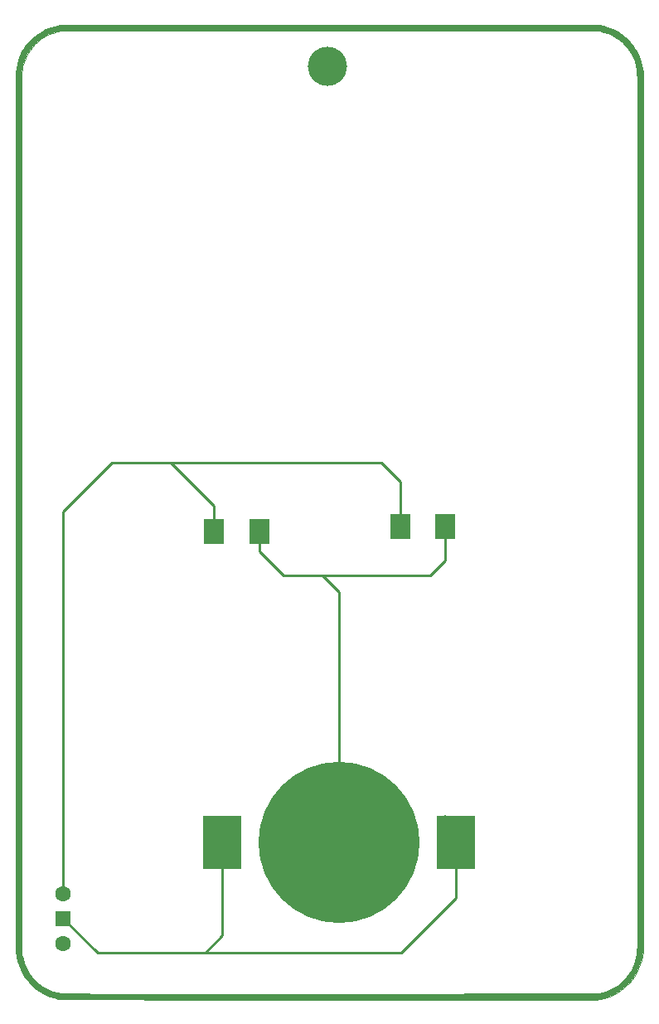
<source format=gbr>
%TF.GenerationSoftware,KiCad,Pcbnew,8.0.1*%
%TF.CreationDate,2024-04-08T18:38:36-05:00*%
%TF.ProjectId,BSidesKC24-L2S,42536964-6573-44b4-9332-342d4c32532e,rev?*%
%TF.SameCoordinates,Original*%
%TF.FileFunction,Copper,L2,Bot*%
%TF.FilePolarity,Positive*%
%FSLAX46Y46*%
G04 Gerber Fmt 4.6, Leading zero omitted, Abs format (unit mm)*
G04 Created by KiCad (PCBNEW 8.0.1) date 2024-04-08 18:38:36*
%MOMM*%
%LPD*%
G01*
G04 APERTURE LIST*
%TA.AperFunction,EtchedComponent*%
%ADD10C,0.010000*%
%TD*%
%TA.AperFunction,SMDPad,CuDef*%
%ADD11R,2.000000X2.500000*%
%TD*%
%TA.AperFunction,ComponentPad*%
%ADD12R,1.500000X1.500000*%
%TD*%
%TA.AperFunction,ComponentPad*%
%ADD13C,1.600000*%
%TD*%
%TA.AperFunction,SMDPad,CuDef*%
%ADD14R,3.857800X5.472400*%
%TD*%
%TA.AperFunction,SMDPad,CuDef*%
%ADD15R,3.908600X5.523200*%
%TD*%
%TA.AperFunction,SMDPad,CuDef*%
%ADD16C,16.459512*%
%TD*%
%TA.AperFunction,ViaPad*%
%ADD17C,4.000000*%
%TD*%
%TA.AperFunction,Conductor*%
%ADD18C,0.250000*%
%TD*%
G04 APERTURE END LIST*
D10*
%TO.C,G\u002A\u002A\u002A*%
X91478588Y-53747751D02*
X92732778Y-53747756D01*
X93946007Y-53747765D01*
X95118960Y-53747779D01*
X96252324Y-53747799D01*
X97346784Y-53747827D01*
X98403027Y-53747862D01*
X99421738Y-53747907D01*
X100403603Y-53747961D01*
X101349308Y-53748027D01*
X102259540Y-53748104D01*
X103134984Y-53748195D01*
X103976325Y-53748299D01*
X104784251Y-53748418D01*
X105559447Y-53748553D01*
X106302599Y-53748705D01*
X107014392Y-53748875D01*
X107695513Y-53749063D01*
X108346649Y-53749271D01*
X108968483Y-53749499D01*
X109561704Y-53749749D01*
X110126996Y-53750022D01*
X110665046Y-53750318D01*
X111176539Y-53750638D01*
X111662161Y-53750984D01*
X112122599Y-53751357D01*
X112558539Y-53751756D01*
X112970665Y-53752184D01*
X113359665Y-53752642D01*
X113726225Y-53753129D01*
X114071029Y-53753648D01*
X114394764Y-53754199D01*
X114698117Y-53754783D01*
X114981773Y-53755401D01*
X115246417Y-53756054D01*
X115492736Y-53756743D01*
X115721417Y-53757470D01*
X115933144Y-53758234D01*
X116128604Y-53759037D01*
X116308482Y-53759880D01*
X116473466Y-53760763D01*
X116624239Y-53761689D01*
X116761490Y-53762657D01*
X116885903Y-53763669D01*
X116998164Y-53764726D01*
X117098960Y-53765828D01*
X117188976Y-53766977D01*
X117268899Y-53768174D01*
X117339413Y-53769419D01*
X117401206Y-53770714D01*
X117454963Y-53772059D01*
X117501371Y-53773455D01*
X117541114Y-53774904D01*
X117574879Y-53776406D01*
X117603352Y-53777963D01*
X117627220Y-53779574D01*
X117647167Y-53781242D01*
X117663879Y-53782968D01*
X117678044Y-53784751D01*
X117688834Y-53786351D01*
X118167493Y-53882410D01*
X118625719Y-54015515D01*
X119063422Y-54185619D01*
X119480514Y-54392678D01*
X119876906Y-54636648D01*
X120252508Y-54917483D01*
X120607233Y-55235139D01*
X120663599Y-55290937D01*
X120769770Y-55400367D01*
X120878438Y-55517363D01*
X120980921Y-55632233D01*
X121068540Y-55735288D01*
X121122432Y-55803151D01*
X121393055Y-56194307D01*
X121625079Y-56600997D01*
X121819205Y-57024888D01*
X121976133Y-57467644D01*
X122096563Y-57930929D01*
X122159286Y-58266834D01*
X122207917Y-58573750D01*
X122207917Y-148468584D01*
X122158427Y-148775500D01*
X122060900Y-149258372D01*
X121927600Y-149718684D01*
X121758348Y-150156792D01*
X121552963Y-150573053D01*
X121311268Y-150967827D01*
X121033081Y-151341468D01*
X120718223Y-151694336D01*
X120663327Y-151749994D01*
X120316936Y-152068816D01*
X119951646Y-152350956D01*
X119566110Y-152597100D01*
X119158984Y-152807936D01*
X118728918Y-152984151D01*
X118274566Y-153126430D01*
X117794583Y-153235461D01*
X117725068Y-153248146D01*
X117466584Y-153293946D01*
X90299167Y-153296492D01*
X89226196Y-153296580D01*
X88163165Y-153296644D01*
X87110869Y-153296683D01*
X86070108Y-153296698D01*
X85041680Y-153296689D01*
X84026382Y-153296657D01*
X83025012Y-153296602D01*
X82038369Y-153296524D01*
X81067251Y-153296425D01*
X80112454Y-153296303D01*
X79174779Y-153296160D01*
X78255021Y-153295996D01*
X77353981Y-153295811D01*
X76472454Y-153295606D01*
X75611240Y-153295381D01*
X74771136Y-153295137D01*
X73952941Y-153294873D01*
X73157452Y-153294591D01*
X72385468Y-153294290D01*
X71637786Y-153293971D01*
X70915204Y-153293635D01*
X70218521Y-153293282D01*
X69548534Y-153292911D01*
X68906041Y-153292524D01*
X68291841Y-153292121D01*
X67706731Y-153291703D01*
X67151509Y-153291268D01*
X66626974Y-153290819D01*
X66133923Y-153290356D01*
X65673154Y-153289878D01*
X65245466Y-153289387D01*
X64851656Y-153288882D01*
X64492522Y-153288364D01*
X64168863Y-153287833D01*
X63881475Y-153287290D01*
X63631158Y-153286735D01*
X63418710Y-153286169D01*
X63244927Y-153285591D01*
X63110609Y-153285003D01*
X63016553Y-153284404D01*
X62963557Y-153283796D01*
X62951834Y-153283429D01*
X62493113Y-153222579D01*
X62042461Y-153121029D01*
X61602660Y-152980080D01*
X61176491Y-152801032D01*
X60766735Y-152585187D01*
X60376174Y-152333846D01*
X60007589Y-152048311D01*
X59692418Y-151758655D01*
X59370785Y-151409066D01*
X59085157Y-151037290D01*
X58835730Y-150643715D01*
X58622696Y-150228731D01*
X58446252Y-149792727D01*
X58306591Y-149336092D01*
X58203908Y-148859215D01*
X58185087Y-148743750D01*
X58136417Y-148426250D01*
X58136417Y-58616084D01*
X58729084Y-58616084D01*
X58729084Y-105168098D01*
X58729086Y-106794396D01*
X58729091Y-108379426D01*
X58729098Y-109923723D01*
X58729108Y-111427818D01*
X58729121Y-112892246D01*
X58729138Y-114317540D01*
X58729160Y-115704232D01*
X58729187Y-117052856D01*
X58729219Y-118363944D01*
X58729257Y-119638031D01*
X58729301Y-120875649D01*
X58729351Y-122077331D01*
X58729409Y-123243610D01*
X58729475Y-124375020D01*
X58729548Y-125472093D01*
X58729630Y-126535363D01*
X58729722Y-127565363D01*
X58729822Y-128562626D01*
X58729933Y-129527685D01*
X58730054Y-130461073D01*
X58730186Y-131363324D01*
X58730329Y-132234970D01*
X58730484Y-133076545D01*
X58730651Y-133888581D01*
X58730831Y-134671613D01*
X58731024Y-135426172D01*
X58731231Y-136152793D01*
X58731452Y-136852008D01*
X58731688Y-137524350D01*
X58731938Y-138170353D01*
X58732204Y-138790550D01*
X58732486Y-139385473D01*
X58732784Y-139955657D01*
X58733100Y-140501633D01*
X58733432Y-141023936D01*
X58733783Y-141523097D01*
X58734151Y-141999652D01*
X58734539Y-142454132D01*
X58734945Y-142887070D01*
X58735371Y-143299001D01*
X58735818Y-143690456D01*
X58736284Y-144061970D01*
X58736772Y-144414075D01*
X58737282Y-144747304D01*
X58737813Y-145062190D01*
X58738367Y-145359268D01*
X58738944Y-145639069D01*
X58739544Y-145902126D01*
X58740168Y-146148974D01*
X58740816Y-146380145D01*
X58741488Y-146596173D01*
X58742186Y-146797589D01*
X58742910Y-146984928D01*
X58743660Y-147158723D01*
X58744436Y-147319507D01*
X58745240Y-147467812D01*
X58746071Y-147604173D01*
X58746930Y-147729121D01*
X58747817Y-147843191D01*
X58748733Y-147946916D01*
X58749679Y-148040828D01*
X58750654Y-148125460D01*
X58751660Y-148201347D01*
X58752696Y-148269020D01*
X58753764Y-148329014D01*
X58754863Y-148381860D01*
X58755994Y-148428093D01*
X58757158Y-148468246D01*
X58758355Y-148502851D01*
X58759586Y-148532442D01*
X58760851Y-148557551D01*
X58762149Y-148578713D01*
X58763483Y-148596460D01*
X58764853Y-148611324D01*
X58766258Y-148623841D01*
X58767699Y-148634542D01*
X58768206Y-148637917D01*
X58857756Y-149094524D01*
X58982291Y-149527514D01*
X59142198Y-149937669D01*
X59337865Y-150325768D01*
X59569678Y-150692592D01*
X59838027Y-151038920D01*
X60104174Y-151326826D01*
X60434289Y-151627748D01*
X60787758Y-151894518D01*
X61162095Y-152125969D01*
X61554813Y-152320934D01*
X61963423Y-152478245D01*
X62385440Y-152596736D01*
X62818375Y-152675239D01*
X63025917Y-152698077D01*
X63050308Y-152698366D01*
X63116239Y-152698649D01*
X63222914Y-152698925D01*
X63369540Y-152699194D01*
X63555322Y-152699455D01*
X63779466Y-152699709D01*
X64041178Y-152699955D01*
X64339662Y-152700194D01*
X64674126Y-152700424D01*
X65043775Y-152700647D01*
X65447814Y-152700861D01*
X65885450Y-152701067D01*
X66355887Y-152701264D01*
X66858332Y-152701453D01*
X67391991Y-152701634D01*
X67956068Y-152701805D01*
X68549770Y-152701967D01*
X69172303Y-152702121D01*
X69822872Y-152702265D01*
X70500683Y-152702399D01*
X71204941Y-152702525D01*
X71934853Y-152702640D01*
X72689624Y-152702746D01*
X73468460Y-152702841D01*
X74270566Y-152702927D01*
X75095149Y-152703002D01*
X75941413Y-152703067D01*
X76808565Y-152703122D01*
X77695811Y-152703166D01*
X78602355Y-152703199D01*
X79527405Y-152703221D01*
X80470165Y-152703232D01*
X81429841Y-152703232D01*
X82405639Y-152703221D01*
X83396765Y-152703199D01*
X84402424Y-152703164D01*
X85421823Y-152703118D01*
X86454166Y-152703060D01*
X87498659Y-152702991D01*
X88554509Y-152702909D01*
X89620921Y-152702815D01*
X90278000Y-152702751D01*
X117445417Y-152700028D01*
X117678250Y-152655594D01*
X118062217Y-152570773D01*
X118413356Y-152468552D01*
X118738322Y-152346793D01*
X118969417Y-152241099D01*
X119299154Y-152064084D01*
X119598768Y-151872672D01*
X119879674Y-151658663D01*
X120153289Y-151413859D01*
X120241023Y-151327826D01*
X120543720Y-150997028D01*
X120808928Y-150647522D01*
X121037122Y-150278361D01*
X121228778Y-149888598D01*
X121384372Y-149477286D01*
X121504381Y-149043477D01*
X121576668Y-148669667D01*
X121578101Y-148659744D01*
X121579499Y-148647939D01*
X121580861Y-148633720D01*
X121582189Y-148616554D01*
X121583481Y-148595908D01*
X121584740Y-148571251D01*
X121585965Y-148542048D01*
X121587157Y-148507769D01*
X121588316Y-148467880D01*
X121589443Y-148421849D01*
X121590538Y-148369143D01*
X121591601Y-148309229D01*
X121592634Y-148241577D01*
X121593636Y-148165651D01*
X121594609Y-148080921D01*
X121595551Y-147986854D01*
X121596465Y-147882917D01*
X121597350Y-147768577D01*
X121598207Y-147643303D01*
X121599036Y-147506561D01*
X121599837Y-147357819D01*
X121600612Y-147196544D01*
X121601361Y-147022205D01*
X121602084Y-146834268D01*
X121602781Y-146632201D01*
X121603453Y-146415471D01*
X121604101Y-146183546D01*
X121604725Y-145935893D01*
X121605325Y-145671981D01*
X121605901Y-145391275D01*
X121606456Y-145093244D01*
X121606987Y-144777356D01*
X121607497Y-144443077D01*
X121607986Y-144089875D01*
X121608454Y-143717218D01*
X121608901Y-143324573D01*
X121609328Y-142911407D01*
X121609736Y-142477189D01*
X121610125Y-142021385D01*
X121610495Y-141543463D01*
X121610847Y-141042890D01*
X121611181Y-140519134D01*
X121611498Y-139971663D01*
X121611798Y-139399944D01*
X121612082Y-138803444D01*
X121612350Y-138181630D01*
X121612602Y-137533971D01*
X121612839Y-136859934D01*
X121613062Y-136158986D01*
X121613271Y-135430595D01*
X121613466Y-134674228D01*
X121613648Y-133889352D01*
X121613818Y-133075436D01*
X121613975Y-132231946D01*
X121614120Y-131358350D01*
X121614254Y-130454115D01*
X121614377Y-129518710D01*
X121614489Y-128551601D01*
X121614592Y-127552256D01*
X121614685Y-126520143D01*
X121614769Y-125454728D01*
X121614844Y-124355480D01*
X121614912Y-123221865D01*
X121614971Y-122053352D01*
X121615023Y-120849408D01*
X121615069Y-119609499D01*
X121615108Y-118333095D01*
X121615141Y-117019661D01*
X121615169Y-115668667D01*
X121615192Y-114279578D01*
X121615210Y-112851863D01*
X121615224Y-111384989D01*
X121615235Y-109878424D01*
X121615242Y-108331634D01*
X121615247Y-106744088D01*
X121615249Y-105115253D01*
X121615250Y-103510584D01*
X121615249Y-101841772D01*
X121615247Y-100214761D01*
X121615243Y-98629019D01*
X121615235Y-97084012D01*
X121615225Y-95579208D01*
X121615211Y-94114075D01*
X121615193Y-92688079D01*
X121615171Y-91300689D01*
X121615144Y-89951372D01*
X121615112Y-88639595D01*
X121615073Y-87364825D01*
X121615028Y-86126531D01*
X121614977Y-84924179D01*
X121614918Y-83757238D01*
X121614852Y-82625173D01*
X121614778Y-81527454D01*
X121614695Y-80463546D01*
X121614603Y-79432919D01*
X121614501Y-78435038D01*
X121614390Y-77469373D01*
X121614268Y-76535389D01*
X121614135Y-75632554D01*
X121613991Y-74760337D01*
X121613835Y-73918203D01*
X121613667Y-73105622D01*
X121613486Y-72322059D01*
X121613292Y-71566984D01*
X121613084Y-70839862D01*
X121612863Y-70140161D01*
X121612626Y-69467350D01*
X121612375Y-68820895D01*
X121612108Y-68200264D01*
X121611826Y-67604924D01*
X121611527Y-67034342D01*
X121611211Y-66487987D01*
X121610877Y-65965325D01*
X121610526Y-65465824D01*
X121610157Y-64988951D01*
X121609769Y-64534174D01*
X121609363Y-64100961D01*
X121608936Y-63688778D01*
X121608489Y-63297093D01*
X121608022Y-62925373D01*
X121607534Y-62573087D01*
X121607025Y-62239701D01*
X121606493Y-61924683D01*
X121605940Y-61627500D01*
X121605363Y-61347620D01*
X121604763Y-61084510D01*
X121604140Y-60837637D01*
X121603492Y-60606470D01*
X121602820Y-60390475D01*
X121602122Y-60189120D01*
X121601399Y-60001872D01*
X121600650Y-59828198D01*
X121599875Y-59667567D01*
X121599073Y-59519446D01*
X121598243Y-59383302D01*
X121597385Y-59258602D01*
X121596499Y-59144813D01*
X121595585Y-59041405D01*
X121594641Y-58947843D01*
X121593667Y-58863595D01*
X121592663Y-58788129D01*
X121591629Y-58720912D01*
X121590564Y-58661411D01*
X121589467Y-58609094D01*
X121588338Y-58563429D01*
X121587177Y-58523883D01*
X121585983Y-58489922D01*
X121584755Y-58461016D01*
X121583494Y-58436630D01*
X121582198Y-58416233D01*
X121580868Y-58399292D01*
X121579502Y-58385274D01*
X121578101Y-58373647D01*
X121576664Y-58363879D01*
X121576369Y-58362084D01*
X121483425Y-57912057D01*
X121358963Y-57488905D01*
X121201938Y-57090115D01*
X121011308Y-56713177D01*
X120786028Y-56355580D01*
X120682742Y-56213094D01*
X120393414Y-55862380D01*
X120080542Y-55546832D01*
X119744096Y-55266431D01*
X119384047Y-55021161D01*
X119000368Y-54811004D01*
X118593028Y-54635944D01*
X118162000Y-54495964D01*
X117707255Y-54391046D01*
X117567661Y-54366642D01*
X117276084Y-54319250D01*
X63089417Y-54319250D01*
X62785548Y-54366527D01*
X62333695Y-54455766D01*
X61905973Y-54579462D01*
X61500923Y-54738348D01*
X61117089Y-54933157D01*
X60753012Y-55164622D01*
X60407235Y-55433475D01*
X60103989Y-55714512D01*
X59803696Y-56042633D01*
X59541146Y-56387397D01*
X59315403Y-56750648D01*
X59125534Y-57134229D01*
X58970606Y-57539981D01*
X58849686Y-57969747D01*
X58776479Y-58334033D01*
X58729084Y-58616084D01*
X58136417Y-58616084D01*
X58136417Y-58594917D01*
X58185742Y-58288000D01*
X58281622Y-57805787D01*
X58410491Y-57349444D01*
X58573183Y-56917305D01*
X58770533Y-56507705D01*
X59003375Y-56118978D01*
X59272545Y-55749457D01*
X59578877Y-55397476D01*
X59692616Y-55280528D01*
X60042755Y-54959453D01*
X60415188Y-54674265D01*
X60809161Y-54425344D01*
X61223920Y-54213068D01*
X61658712Y-54037816D01*
X62112782Y-53899967D01*
X62585376Y-53799899D01*
X62666084Y-53786891D01*
X62678969Y-53785031D01*
X62693548Y-53783231D01*
X62710509Y-53781489D01*
X62730538Y-53779806D01*
X62754322Y-53778179D01*
X62782546Y-53776609D01*
X62815898Y-53775093D01*
X62855063Y-53773631D01*
X62900730Y-53772222D01*
X62953584Y-53770865D01*
X63014312Y-53769560D01*
X63083600Y-53768304D01*
X63162136Y-53767097D01*
X63250605Y-53765939D01*
X63349694Y-53764827D01*
X63460090Y-53763762D01*
X63582479Y-53762742D01*
X63717549Y-53761766D01*
X63865985Y-53760833D01*
X64028474Y-53759943D01*
X64205702Y-53759094D01*
X64398357Y-53758285D01*
X64607125Y-53757515D01*
X64832693Y-53756784D01*
X65075746Y-53756090D01*
X65336972Y-53755432D01*
X65617057Y-53754810D01*
X65916688Y-53754223D01*
X66236552Y-53753668D01*
X66577334Y-53753147D01*
X66939722Y-53752656D01*
X67324402Y-53752197D01*
X67732061Y-53751766D01*
X68163385Y-53751365D01*
X68619061Y-53750991D01*
X69099775Y-53750643D01*
X69606214Y-53750321D01*
X70139065Y-53750024D01*
X70699014Y-53749751D01*
X71286748Y-53749500D01*
X71902953Y-53749271D01*
X72548316Y-53749063D01*
X73223524Y-53748874D01*
X73929263Y-53748705D01*
X74666219Y-53748553D01*
X75435080Y-53748418D01*
X76236531Y-53748299D01*
X77071260Y-53748195D01*
X77939953Y-53748104D01*
X78843297Y-53748027D01*
X79781977Y-53747962D01*
X80756682Y-53747907D01*
X81768097Y-53747863D01*
X82816908Y-53747827D01*
X83903804Y-53747800D01*
X85029469Y-53747780D01*
X86194591Y-53747766D01*
X87399856Y-53747757D01*
X88645951Y-53747752D01*
X89933563Y-53747750D01*
X90182750Y-53747750D01*
X91478588Y-53747751D01*
%TA.AperFunction,EtchedComponent*%
G36*
X91478588Y-53747751D02*
G01*
X92732778Y-53747756D01*
X93946007Y-53747765D01*
X95118960Y-53747779D01*
X96252324Y-53747799D01*
X97346784Y-53747827D01*
X98403027Y-53747862D01*
X99421738Y-53747907D01*
X100403603Y-53747961D01*
X101349308Y-53748027D01*
X102259540Y-53748104D01*
X103134984Y-53748195D01*
X103976325Y-53748299D01*
X104784251Y-53748418D01*
X105559447Y-53748553D01*
X106302599Y-53748705D01*
X107014392Y-53748875D01*
X107695513Y-53749063D01*
X108346649Y-53749271D01*
X108968483Y-53749499D01*
X109561704Y-53749749D01*
X110126996Y-53750022D01*
X110665046Y-53750318D01*
X111176539Y-53750638D01*
X111662161Y-53750984D01*
X112122599Y-53751357D01*
X112558539Y-53751756D01*
X112970665Y-53752184D01*
X113359665Y-53752642D01*
X113726225Y-53753129D01*
X114071029Y-53753648D01*
X114394764Y-53754199D01*
X114698117Y-53754783D01*
X114981773Y-53755401D01*
X115246417Y-53756054D01*
X115492736Y-53756743D01*
X115721417Y-53757470D01*
X115933144Y-53758234D01*
X116128604Y-53759037D01*
X116308482Y-53759880D01*
X116473466Y-53760763D01*
X116624239Y-53761689D01*
X116761490Y-53762657D01*
X116885903Y-53763669D01*
X116998164Y-53764726D01*
X117098960Y-53765828D01*
X117188976Y-53766977D01*
X117268899Y-53768174D01*
X117339413Y-53769419D01*
X117401206Y-53770714D01*
X117454963Y-53772059D01*
X117501371Y-53773455D01*
X117541114Y-53774904D01*
X117574879Y-53776406D01*
X117603352Y-53777963D01*
X117627220Y-53779574D01*
X117647167Y-53781242D01*
X117663879Y-53782968D01*
X117678044Y-53784751D01*
X117688834Y-53786351D01*
X118167493Y-53882410D01*
X118625719Y-54015515D01*
X119063422Y-54185619D01*
X119480514Y-54392678D01*
X119876906Y-54636648D01*
X120252508Y-54917483D01*
X120607233Y-55235139D01*
X120663599Y-55290937D01*
X120769770Y-55400367D01*
X120878438Y-55517363D01*
X120980921Y-55632233D01*
X121068540Y-55735288D01*
X121122432Y-55803151D01*
X121393055Y-56194307D01*
X121625079Y-56600997D01*
X121819205Y-57024888D01*
X121976133Y-57467644D01*
X122096563Y-57930929D01*
X122159286Y-58266834D01*
X122207917Y-58573750D01*
X122207917Y-148468584D01*
X122158427Y-148775500D01*
X122060900Y-149258372D01*
X121927600Y-149718684D01*
X121758348Y-150156792D01*
X121552963Y-150573053D01*
X121311268Y-150967827D01*
X121033081Y-151341468D01*
X120718223Y-151694336D01*
X120663327Y-151749994D01*
X120316936Y-152068816D01*
X119951646Y-152350956D01*
X119566110Y-152597100D01*
X119158984Y-152807936D01*
X118728918Y-152984151D01*
X118274566Y-153126430D01*
X117794583Y-153235461D01*
X117725068Y-153248146D01*
X117466584Y-153293946D01*
X90299167Y-153296492D01*
X89226196Y-153296580D01*
X88163165Y-153296644D01*
X87110869Y-153296683D01*
X86070108Y-153296698D01*
X85041680Y-153296689D01*
X84026382Y-153296657D01*
X83025012Y-153296602D01*
X82038369Y-153296524D01*
X81067251Y-153296425D01*
X80112454Y-153296303D01*
X79174779Y-153296160D01*
X78255021Y-153295996D01*
X77353981Y-153295811D01*
X76472454Y-153295606D01*
X75611240Y-153295381D01*
X74771136Y-153295137D01*
X73952941Y-153294873D01*
X73157452Y-153294591D01*
X72385468Y-153294290D01*
X71637786Y-153293971D01*
X70915204Y-153293635D01*
X70218521Y-153293282D01*
X69548534Y-153292911D01*
X68906041Y-153292524D01*
X68291841Y-153292121D01*
X67706731Y-153291703D01*
X67151509Y-153291268D01*
X66626974Y-153290819D01*
X66133923Y-153290356D01*
X65673154Y-153289878D01*
X65245466Y-153289387D01*
X64851656Y-153288882D01*
X64492522Y-153288364D01*
X64168863Y-153287833D01*
X63881475Y-153287290D01*
X63631158Y-153286735D01*
X63418710Y-153286169D01*
X63244927Y-153285591D01*
X63110609Y-153285003D01*
X63016553Y-153284404D01*
X62963557Y-153283796D01*
X62951834Y-153283429D01*
X62493113Y-153222579D01*
X62042461Y-153121029D01*
X61602660Y-152980080D01*
X61176491Y-152801032D01*
X60766735Y-152585187D01*
X60376174Y-152333846D01*
X60007589Y-152048311D01*
X59692418Y-151758655D01*
X59370785Y-151409066D01*
X59085157Y-151037290D01*
X58835730Y-150643715D01*
X58622696Y-150228731D01*
X58446252Y-149792727D01*
X58306591Y-149336092D01*
X58203908Y-148859215D01*
X58185087Y-148743750D01*
X58136417Y-148426250D01*
X58136417Y-58616084D01*
X58729084Y-58616084D01*
X58729084Y-105168098D01*
X58729086Y-106794396D01*
X58729091Y-108379426D01*
X58729098Y-109923723D01*
X58729108Y-111427818D01*
X58729121Y-112892246D01*
X58729138Y-114317540D01*
X58729160Y-115704232D01*
X58729187Y-117052856D01*
X58729219Y-118363944D01*
X58729257Y-119638031D01*
X58729301Y-120875649D01*
X58729351Y-122077331D01*
X58729409Y-123243610D01*
X58729475Y-124375020D01*
X58729548Y-125472093D01*
X58729630Y-126535363D01*
X58729722Y-127565363D01*
X58729822Y-128562626D01*
X58729933Y-129527685D01*
X58730054Y-130461073D01*
X58730186Y-131363324D01*
X58730329Y-132234970D01*
X58730484Y-133076545D01*
X58730651Y-133888581D01*
X58730831Y-134671613D01*
X58731024Y-135426172D01*
X58731231Y-136152793D01*
X58731452Y-136852008D01*
X58731688Y-137524350D01*
X58731938Y-138170353D01*
X58732204Y-138790550D01*
X58732486Y-139385473D01*
X58732784Y-139955657D01*
X58733100Y-140501633D01*
X58733432Y-141023936D01*
X58733783Y-141523097D01*
X58734151Y-141999652D01*
X58734539Y-142454132D01*
X58734945Y-142887070D01*
X58735371Y-143299001D01*
X58735818Y-143690456D01*
X58736284Y-144061970D01*
X58736772Y-144414075D01*
X58737282Y-144747304D01*
X58737813Y-145062190D01*
X58738367Y-145359268D01*
X58738944Y-145639069D01*
X58739544Y-145902126D01*
X58740168Y-146148974D01*
X58740816Y-146380145D01*
X58741488Y-146596173D01*
X58742186Y-146797589D01*
X58742910Y-146984928D01*
X58743660Y-147158723D01*
X58744436Y-147319507D01*
X58745240Y-147467812D01*
X58746071Y-147604173D01*
X58746930Y-147729121D01*
X58747817Y-147843191D01*
X58748733Y-147946916D01*
X58749679Y-148040828D01*
X58750654Y-148125460D01*
X58751660Y-148201347D01*
X58752696Y-148269020D01*
X58753764Y-148329014D01*
X58754863Y-148381860D01*
X58755994Y-148428093D01*
X58757158Y-148468246D01*
X58758355Y-148502851D01*
X58759586Y-148532442D01*
X58760851Y-148557551D01*
X58762149Y-148578713D01*
X58763483Y-148596460D01*
X58764853Y-148611324D01*
X58766258Y-148623841D01*
X58767699Y-148634542D01*
X58768206Y-148637917D01*
X58857756Y-149094524D01*
X58982291Y-149527514D01*
X59142198Y-149937669D01*
X59337865Y-150325768D01*
X59569678Y-150692592D01*
X59838027Y-151038920D01*
X60104174Y-151326826D01*
X60434289Y-151627748D01*
X60787758Y-151894518D01*
X61162095Y-152125969D01*
X61554813Y-152320934D01*
X61963423Y-152478245D01*
X62385440Y-152596736D01*
X62818375Y-152675239D01*
X63025917Y-152698077D01*
X63050308Y-152698366D01*
X63116239Y-152698649D01*
X63222914Y-152698925D01*
X63369540Y-152699194D01*
X63555322Y-152699455D01*
X63779466Y-152699709D01*
X64041178Y-152699955D01*
X64339662Y-152700194D01*
X64674126Y-152700424D01*
X65043775Y-152700647D01*
X65447814Y-152700861D01*
X65885450Y-152701067D01*
X66355887Y-152701264D01*
X66858332Y-152701453D01*
X67391991Y-152701634D01*
X67956068Y-152701805D01*
X68549770Y-152701967D01*
X69172303Y-152702121D01*
X69822872Y-152702265D01*
X70500683Y-152702399D01*
X71204941Y-152702525D01*
X71934853Y-152702640D01*
X72689624Y-152702746D01*
X73468460Y-152702841D01*
X74270566Y-152702927D01*
X75095149Y-152703002D01*
X75941413Y-152703067D01*
X76808565Y-152703122D01*
X77695811Y-152703166D01*
X78602355Y-152703199D01*
X79527405Y-152703221D01*
X80470165Y-152703232D01*
X81429841Y-152703232D01*
X82405639Y-152703221D01*
X83396765Y-152703199D01*
X84402424Y-152703164D01*
X85421823Y-152703118D01*
X86454166Y-152703060D01*
X87498659Y-152702991D01*
X88554509Y-152702909D01*
X89620921Y-152702815D01*
X90278000Y-152702751D01*
X117445417Y-152700028D01*
X117678250Y-152655594D01*
X118062217Y-152570773D01*
X118413356Y-152468552D01*
X118738322Y-152346793D01*
X118969417Y-152241099D01*
X119299154Y-152064084D01*
X119598768Y-151872672D01*
X119879674Y-151658663D01*
X120153289Y-151413859D01*
X120241023Y-151327826D01*
X120543720Y-150997028D01*
X120808928Y-150647522D01*
X121037122Y-150278361D01*
X121228778Y-149888598D01*
X121384372Y-149477286D01*
X121504381Y-149043477D01*
X121576668Y-148669667D01*
X121578101Y-148659744D01*
X121579499Y-148647939D01*
X121580861Y-148633720D01*
X121582189Y-148616554D01*
X121583481Y-148595908D01*
X121584740Y-148571251D01*
X121585965Y-148542048D01*
X121587157Y-148507769D01*
X121588316Y-148467880D01*
X121589443Y-148421849D01*
X121590538Y-148369143D01*
X121591601Y-148309229D01*
X121592634Y-148241577D01*
X121593636Y-148165651D01*
X121594609Y-148080921D01*
X121595551Y-147986854D01*
X121596465Y-147882917D01*
X121597350Y-147768577D01*
X121598207Y-147643303D01*
X121599036Y-147506561D01*
X121599837Y-147357819D01*
X121600612Y-147196544D01*
X121601361Y-147022205D01*
X121602084Y-146834268D01*
X121602781Y-146632201D01*
X121603453Y-146415471D01*
X121604101Y-146183546D01*
X121604725Y-145935893D01*
X121605325Y-145671981D01*
X121605901Y-145391275D01*
X121606456Y-145093244D01*
X121606987Y-144777356D01*
X121607497Y-144443077D01*
X121607986Y-144089875D01*
X121608454Y-143717218D01*
X121608901Y-143324573D01*
X121609328Y-142911407D01*
X121609736Y-142477189D01*
X121610125Y-142021385D01*
X121610495Y-141543463D01*
X121610847Y-141042890D01*
X121611181Y-140519134D01*
X121611498Y-139971663D01*
X121611798Y-139399944D01*
X121612082Y-138803444D01*
X121612350Y-138181630D01*
X121612602Y-137533971D01*
X121612839Y-136859934D01*
X121613062Y-136158986D01*
X121613271Y-135430595D01*
X121613466Y-134674228D01*
X121613648Y-133889352D01*
X121613818Y-133075436D01*
X121613975Y-132231946D01*
X121614120Y-131358350D01*
X121614254Y-130454115D01*
X121614377Y-129518710D01*
X121614489Y-128551601D01*
X121614592Y-127552256D01*
X121614685Y-126520143D01*
X121614769Y-125454728D01*
X121614844Y-124355480D01*
X121614912Y-123221865D01*
X121614971Y-122053352D01*
X121615023Y-120849408D01*
X121615069Y-119609499D01*
X121615108Y-118333095D01*
X121615141Y-117019661D01*
X121615169Y-115668667D01*
X121615192Y-114279578D01*
X121615210Y-112851863D01*
X121615224Y-111384989D01*
X121615235Y-109878424D01*
X121615242Y-108331634D01*
X121615247Y-106744088D01*
X121615249Y-105115253D01*
X121615250Y-103510584D01*
X121615249Y-101841772D01*
X121615247Y-100214761D01*
X121615243Y-98629019D01*
X121615235Y-97084012D01*
X121615225Y-95579208D01*
X121615211Y-94114075D01*
X121615193Y-92688079D01*
X121615171Y-91300689D01*
X121615144Y-89951372D01*
X121615112Y-88639595D01*
X121615073Y-87364825D01*
X121615028Y-86126531D01*
X121614977Y-84924179D01*
X121614918Y-83757238D01*
X121614852Y-82625173D01*
X121614778Y-81527454D01*
X121614695Y-80463546D01*
X121614603Y-79432919D01*
X121614501Y-78435038D01*
X121614390Y-77469373D01*
X121614268Y-76535389D01*
X121614135Y-75632554D01*
X121613991Y-74760337D01*
X121613835Y-73918203D01*
X121613667Y-73105622D01*
X121613486Y-72322059D01*
X121613292Y-71566984D01*
X121613084Y-70839862D01*
X121612863Y-70140161D01*
X121612626Y-69467350D01*
X121612375Y-68820895D01*
X121612108Y-68200264D01*
X121611826Y-67604924D01*
X121611527Y-67034342D01*
X121611211Y-66487987D01*
X121610877Y-65965325D01*
X121610526Y-65465824D01*
X121610157Y-64988951D01*
X121609769Y-64534174D01*
X121609363Y-64100961D01*
X121608936Y-63688778D01*
X121608489Y-63297093D01*
X121608022Y-62925373D01*
X121607534Y-62573087D01*
X121607025Y-62239701D01*
X121606493Y-61924683D01*
X121605940Y-61627500D01*
X121605363Y-61347620D01*
X121604763Y-61084510D01*
X121604140Y-60837637D01*
X121603492Y-60606470D01*
X121602820Y-60390475D01*
X121602122Y-60189120D01*
X121601399Y-60001872D01*
X121600650Y-59828198D01*
X121599875Y-59667567D01*
X121599073Y-59519446D01*
X121598243Y-59383302D01*
X121597385Y-59258602D01*
X121596499Y-59144813D01*
X121595585Y-59041405D01*
X121594641Y-58947843D01*
X121593667Y-58863595D01*
X121592663Y-58788129D01*
X121591629Y-58720912D01*
X121590564Y-58661411D01*
X121589467Y-58609094D01*
X121588338Y-58563429D01*
X121587177Y-58523883D01*
X121585983Y-58489922D01*
X121584755Y-58461016D01*
X121583494Y-58436630D01*
X121582198Y-58416233D01*
X121580868Y-58399292D01*
X121579502Y-58385274D01*
X121578101Y-58373647D01*
X121576664Y-58363879D01*
X121576369Y-58362084D01*
X121483425Y-57912057D01*
X121358963Y-57488905D01*
X121201938Y-57090115D01*
X121011308Y-56713177D01*
X120786028Y-56355580D01*
X120682742Y-56213094D01*
X120393414Y-55862380D01*
X120080542Y-55546832D01*
X119744096Y-55266431D01*
X119384047Y-55021161D01*
X119000368Y-54811004D01*
X118593028Y-54635944D01*
X118162000Y-54495964D01*
X117707255Y-54391046D01*
X117567661Y-54366642D01*
X117276084Y-54319250D01*
X63089417Y-54319250D01*
X62785548Y-54366527D01*
X62333695Y-54455766D01*
X61905973Y-54579462D01*
X61500923Y-54738348D01*
X61117089Y-54933157D01*
X60753012Y-55164622D01*
X60407235Y-55433475D01*
X60103989Y-55714512D01*
X59803696Y-56042633D01*
X59541146Y-56387397D01*
X59315403Y-56750648D01*
X59125534Y-57134229D01*
X58970606Y-57539981D01*
X58849686Y-57969747D01*
X58776479Y-58334033D01*
X58729084Y-58616084D01*
X58136417Y-58616084D01*
X58136417Y-58594917D01*
X58185742Y-58288000D01*
X58281622Y-57805787D01*
X58410491Y-57349444D01*
X58573183Y-56917305D01*
X58770533Y-56507705D01*
X59003375Y-56118978D01*
X59272545Y-55749457D01*
X59578877Y-55397476D01*
X59692616Y-55280528D01*
X60042755Y-54959453D01*
X60415188Y-54674265D01*
X60809161Y-54425344D01*
X61223920Y-54213068D01*
X61658712Y-54037816D01*
X62112782Y-53899967D01*
X62585376Y-53799899D01*
X62666084Y-53786891D01*
X62678969Y-53785031D01*
X62693548Y-53783231D01*
X62710509Y-53781489D01*
X62730538Y-53779806D01*
X62754322Y-53778179D01*
X62782546Y-53776609D01*
X62815898Y-53775093D01*
X62855063Y-53773631D01*
X62900730Y-53772222D01*
X62953584Y-53770865D01*
X63014312Y-53769560D01*
X63083600Y-53768304D01*
X63162136Y-53767097D01*
X63250605Y-53765939D01*
X63349694Y-53764827D01*
X63460090Y-53763762D01*
X63582479Y-53762742D01*
X63717549Y-53761766D01*
X63865985Y-53760833D01*
X64028474Y-53759943D01*
X64205702Y-53759094D01*
X64398357Y-53758285D01*
X64607125Y-53757515D01*
X64832693Y-53756784D01*
X65075746Y-53756090D01*
X65336972Y-53755432D01*
X65617057Y-53754810D01*
X65916688Y-53754223D01*
X66236552Y-53753668D01*
X66577334Y-53753147D01*
X66939722Y-53752656D01*
X67324402Y-53752197D01*
X67732061Y-53751766D01*
X68163385Y-53751365D01*
X68619061Y-53750991D01*
X69099775Y-53750643D01*
X69606214Y-53750321D01*
X70139065Y-53750024D01*
X70699014Y-53749751D01*
X71286748Y-53749500D01*
X71902953Y-53749271D01*
X72548316Y-53749063D01*
X73223524Y-53748874D01*
X73929263Y-53748705D01*
X74666219Y-53748553D01*
X75435080Y-53748418D01*
X76236531Y-53748299D01*
X77071260Y-53748195D01*
X77939953Y-53748104D01*
X78843297Y-53748027D01*
X79781977Y-53747962D01*
X80756682Y-53747907D01*
X81768097Y-53747863D01*
X82816908Y-53747827D01*
X83903804Y-53747800D01*
X85029469Y-53747780D01*
X86194591Y-53747766D01*
X87399856Y-53747757D01*
X88645951Y-53747752D01*
X89933563Y-53747750D01*
X90182750Y-53747750D01*
X91478588Y-53747751D01*
G37*
%TD.AperFunction*%
%TD*%
D11*
%TO.P,D1,1,K*%
%TO.N,GND*%
X102000000Y-105000000D03*
%TO.P,D1,2,A*%
%TO.N,Net-(D1-A)*%
X97400000Y-105000000D03*
%TD*%
D12*
%TO.P,SW1,1,A*%
%TO.N,Net-(BT1-+)*%
X63000000Y-145000000D03*
D13*
%TO.P,SW1,2,B*%
%TO.N,Net-(D1-A)*%
X63000000Y-142460000D03*
%TO.P,SW1,3*%
%TO.N,N/C*%
X63000000Y-147540000D03*
%TD*%
D11*
%TO.P,D2,1,K*%
%TO.N,GND*%
X83000000Y-105500000D03*
%TO.P,D2,2,A*%
%TO.N,Net-(D1-A)*%
X78400000Y-105500000D03*
%TD*%
D14*
%TO.P,BT1,1,+*%
%TO.N,Net-(BT1-+)*%
X103065705Y-137240877D03*
D15*
X79255705Y-137240877D03*
D16*
%TO.P,BT1,2,-*%
%TO.N,GND*%
X91160705Y-137240877D03*
%TD*%
D17*
%TO.N,*%
X90000000Y-58000000D03*
%TD*%
D18*
%TO.N,Net-(BT1-+)*%
X103065705Y-142934295D02*
X103065705Y-137240877D01*
X79255705Y-146744295D02*
X77500000Y-148500000D01*
X102000000Y-134500000D02*
X101320053Y-135179947D01*
X97500000Y-148500000D02*
X103065705Y-142934295D01*
X77500000Y-148500000D02*
X97500000Y-148500000D01*
X77500000Y-148500000D02*
X66500000Y-148500000D01*
X79255705Y-137240877D02*
X79255705Y-146744295D01*
X66500000Y-148500000D02*
X63000000Y-145000000D01*
%TO.N,GND*%
X89500000Y-110000000D02*
X89000000Y-110000000D01*
X91160705Y-111660705D02*
X89500000Y-110000000D01*
X102000000Y-108500000D02*
X102000000Y-105000000D01*
X91160705Y-111660705D02*
X91160705Y-137240877D01*
X89000000Y-110000000D02*
X93500000Y-110000000D01*
X100500000Y-110000000D02*
X102000000Y-108500000D01*
X85500000Y-110000000D02*
X89000000Y-110000000D01*
X93500000Y-110000000D02*
X100500000Y-110000000D01*
X83000000Y-107500000D02*
X85500000Y-110000000D01*
X83000000Y-105500000D02*
X83000000Y-107500000D01*
%TO.N,Net-(D1-A)*%
X95500000Y-98500000D02*
X74000000Y-98500000D01*
X97400000Y-100400000D02*
X95500000Y-98500000D01*
X97400000Y-105000000D02*
X97400000Y-100400000D01*
X74000000Y-98500000D02*
X68000000Y-98500000D01*
X78400000Y-105500000D02*
X78400000Y-102900000D01*
X68000000Y-98500000D02*
X63000000Y-103500000D01*
X78400000Y-102900000D02*
X74000000Y-98500000D01*
X63000000Y-103500000D02*
X63000000Y-142460000D01*
%TD*%
M02*

</source>
